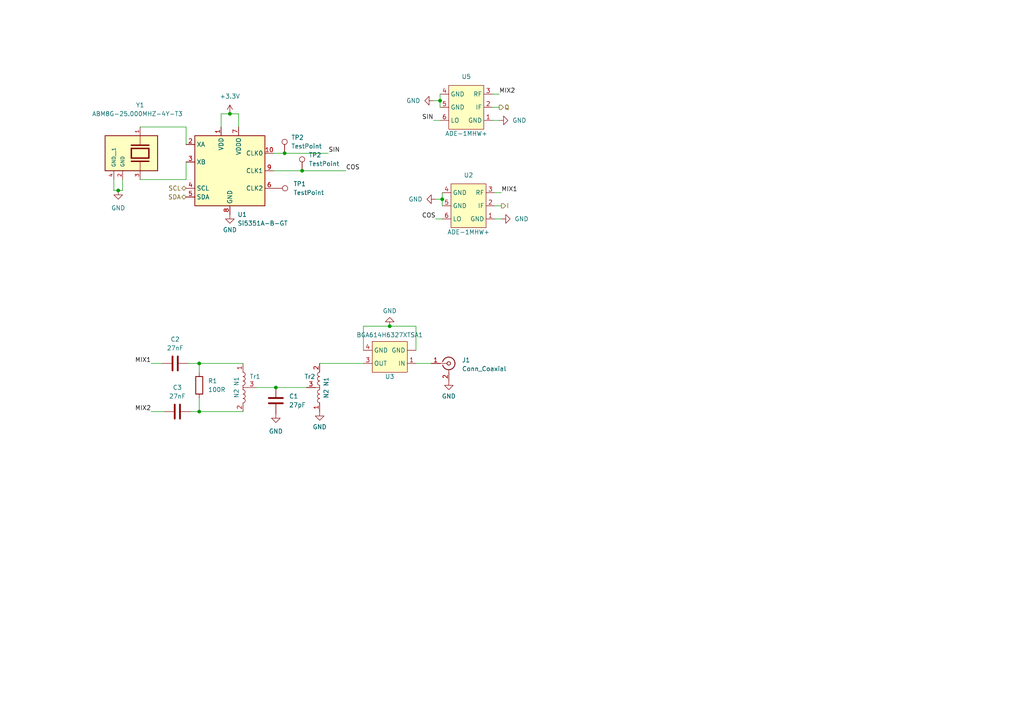
<source format=kicad_sch>
(kicad_sch (version 20230121) (generator eeschema)
  (paper "A4")
  (lib_symbols
    (symbol "ABM8G-25.000MHZ-4Y-T3:ABM8G-25.000MHZ-4Y-T3" (pin_names (offset 1.016))
      (property "Reference" "Y" (at -0.635 6.35 0))
      (property "Value" "ABM8G-25.000MHZ-4Y-T3" (at -12.7 -12.7 0))
      (symbol "ABM8G-25.000MHZ-4Y-T3_0_0"
        (rectangle (start -5.08 -10.16) (end 5.08 5.08) (stroke (width 0.254)) (fill (type background)))
        (polyline (pts (xy -5.08 0) (xy -2.54 0)) (stroke (width 0.1524)))
        (polyline (pts (xy -2.3368 2.54) (xy -2.3368 -2.54)) (stroke (width 0.4064)))
        (polyline (pts (xy -1.397 2.54) (xy -1.397 -2.54)) (stroke (width 0.4064)))
        (polyline (pts (xy -1.397 2.54) (xy 1.397 2.54)) (stroke (width 0.4064)))
        (polyline (pts (xy 1.397 -2.54) (xy -1.397 -2.54)) (stroke (width 0.4064)))
        (polyline (pts (xy 1.397 2.54) (xy 1.397 -2.54)) (stroke (width 0.4064)))
        (polyline (pts (xy 2.3368 2.54) (xy 2.3368 -2.54)) (stroke (width 0.4064)))
        (polyline (pts (xy 2.54 0) (xy 5.08 0)) (stroke (width 0.1524)))
        (pin passive line (at -7.62 0 0) (length 2.54) (name "~") (number "1"))
        (pin power_in line (at 7.62 -5.08 180) (length 2.54) (name "GND") (number "2"))
        (pin passive line (at 7.62 0 180) (length 2.54) (name "~") (number "3"))
        (pin power_in line (at 7.62 -7.62 180) (length 2.54) (name "GND__1") (number "4"))
      )
    )
    (symbol "ADE-1MHW+:ADE-1MHW+"
      (property "Reference" "U" (at 0 10.16 0))
      (property "Value" "ADE-1MHW+" (at 0 7.62 0))
      (symbol "ADE-1MHW+_1_1"
        (rectangle (start -5.08 6.35) (end 5.08 -6.35) (fill (type background)))
        (pin power_in line (at -7.62 3.81 0) (length 2.54) (name "GND") (number "1"))
        (pin input line (at -7.62 0 0) (length 2.54) (name "IF") (number "2"))
        (pin input line (at -7.62 -3.81 0) (length 2.54) (name "RF") (number "3"))
        (pin power_in line (at 7.62 -3.81 180) (length 2.54) (name "GND") (number "4"))
        (pin power_in line (at 7.62 0 180) (length 2.54) (name "GND") (number "5"))
        (pin input line (at 7.62 3.81 180) (length 2.54) (name "LO") (number "6"))
      )
    )
    (symbol "Autotransformer:Autotransformer"
      (property "Reference" "Tr" (at -3.429 0.254 90))
      (property "Value" "N2 N1" (at -1.27 0 90))
      (symbol "Autotransformer_0_1"
        (arc (start 0 -1.905) (mid 0.6129 -1.27) (end 0 -0.635))
        (polyline (pts (xy 0 0.635) (xy 0 -0.635)))
        (polyline (pts (xy 1.27 0) (xy 0 0)))
        (arc (start 0 0.635) (mid 0.6238 1.27) (end 0 1.905))
        (arc (start 0.0113 1.905) (mid 0.6351 2.54) (end 0.0113 3.175))
        (arc (start 0.0113 3.175) (mid 0.6351 3.81) (end 0.0113 4.445))
        (arc (start 0.0225 -4.445) (mid 0.6354 -3.81) (end 0.0225 -3.175))
        (arc (start 0.0225 -3.175) (mid 0.6354 -2.54) (end 0.0225 -1.905))
      )
      (symbol "Autotransformer_1_1"
        (pin passive line (at 0 6.985 270) (length 2.54) (name "~") (number "1"))
        (pin passive line (at 0 -6.985 90) (length 2.54) (name "~") (number "2"))
        (pin passive line (at 3.81 0 180) (length 2.54) (name "~") (number "3"))
      )
    )
    (symbol "BGA614H6327XTSA1:BGA614H6327XTSA1"
      (property "Reference" "U" (at 0 7.62 0))
      (property "Value" "BGA614H6327XTSA1" (at 0 5.08 0))
      (symbol "BGA614H6327XTSA1_1_1"
        (rectangle (start -5.08 3.81) (end 5.08 -5.08) (fill (type background)))
        (pin power_in line (at -7.62 -2.54 0) (length 2.54) (name "GND") (number ""))
        (pin input line (at -7.62 1.27 0) (length 2.54) (name "IN") (number "1"))
        (pin output line (at 7.62 1.27 180) (length 2.54) (name "OUT") (number "3"))
        (pin power_in line (at 7.62 -2.54 180) (length 2.54) (name "GND") (number "4"))
      )
    )
    (symbol "Connector:Conn_Coaxial" (pin_names (offset 1.016) hide)
      (property "Reference" "J" (at 0.254 3.048 0))
      (property "Value" "Conn_Coaxial" (at 2.921 0 90))
      (symbol "Conn_Coaxial_0_1"
        (arc (start -1.778 -0.508) (mid 0.2311 -1.8066) (end 1.778 0) (stroke (width 0.254)))
        (polyline (pts (xy -2.54 0) (xy -0.508 0)))
        (polyline (pts (xy 0 -2.54) (xy 0 -1.778)))
        (circle (center 0 0) (radius 0.508) (stroke (width 0.2032)))
        (arc (start 1.778 0) (mid 0.2099 1.8101) (end -1.778 0.508) (stroke (width 0.254)))
      )
      (symbol "Conn_Coaxial_1_1"
        (pin passive line (at -5.08 0 0) (length 2.54) (name "In") (number "1"))
        (pin passive line (at 0 -5.08 90) (length 2.54) (name "Ext") (number "2"))
      )
    )
    (symbol "Connector:TestPoint" (pin_numbers hide) (pin_names (offset 0.762) hide)
      (property "Reference" "TP" (at 0 6.858 0))
      (property "Value" "TestPoint" (at 0 5.08 0))
      (symbol "TestPoint_0_1"
        (circle (center 0 3.302) (radius 0.762))
      )
      (symbol "TestPoint_1_1"
        (pin passive line (at 0 0 90) (length 2.54) (name "1") (number "1"))
      )
    )
    (symbol "Device:C" (pin_numbers hide) (pin_names (offset 0.254))
      (property "Reference" "C" (at 0.635 2.54 0))
      (property "Value" "C" (at 0.635 -2.54 0))
      (symbol "C_0_1"
        (polyline (pts (xy -2.032 -0.762) (xy 2.032 -0.762)) (stroke (width 0.508)))
        (polyline (pts (xy -2.032 0.762) (xy 2.032 0.762)) (stroke (width 0.508)))
      )
      (symbol "C_1_1"
        (pin passive line (at 0 3.81 270) (length 2.794) (name "~") (number "1"))
        (pin passive line (at 0 -3.81 90) (length 2.794) (name "~") (number "2"))
      )
    )
    (symbol "Device:R" (pin_numbers hide) (pin_names (offset 0))
      (property "Reference" "R" (at 2.032 0 90))
      (property "Value" "R" (at 0 0 90))
      (symbol "R_0_1"
        (rectangle (start -1.016 -2.54) (end 1.016 2.54) (stroke (width 0.254)))
      )
      (symbol "R_1_1"
        (pin passive line (at 0 3.81 270) (length 1.27) (name "~") (number "1"))
        (pin passive line (at 0 -3.81 90) (length 1.27) (name "~") (number "2"))
      )
    )
    (symbol "Oscillator:Si5351A-B-GT"
      (property "Reference" "U" (at -8.89 11.43 0))
      (property "Value" "Si5351A-B-GT" (at -12.7 -12.7 0))
      (symbol "Si5351A-B-GT_0_1"
        (rectangle (start -10.16 10.16) (end 10.16 -10.16) (stroke (width 0.254)) (fill (type background)))
      )
      (symbol "Si5351A-B-GT_1_1"
        (pin power_in line (at -2.54 12.7 270) (length 2.54) (name "VDD") (number "1"))
        (pin output line (at 12.7 5.08 180) (length 2.54) (name "CLK0") (number "10"))
        (pin input line (at -12.7 7.62 0) (length 2.54) (name "XA") (number "2"))
        (pin input line (at -12.7 2.54 0) (length 2.54) (name "XB") (number "3"))
        (pin input line (at -12.7 -5.08 0) (length 2.54) (name "SCL") (number "4"))
        (pin bidirectional line (at -12.7 -7.62 0) (length 2.54) (name "SDA") (number "5"))
        (pin output line (at 12.7 -5.08 180) (length 2.54) (name "CLK2") (number "6"))
        (pin power_in line (at 2.54 12.7 270) (length 2.54) (name "VDDO") (number "7"))
        (pin power_in line (at 0 -12.7 90) (length 2.54) (name "GND") (number "8"))
        (pin output line (at 12.7 0 180) (length 2.54) (name "CLK1") (number "9"))
      )
    )
    (symbol "power:+3.3V" (power) (pin_names (offset 0))
      (property "Value" "+3.3V" (at 0 3.556 0))
      (symbol "+3.3V_0_1"
        (polyline (pts (xy -0.762 1.27) (xy 0 2.54)))
        (polyline (pts (xy 0 0) (xy 0 2.54)))
        (polyline (pts (xy 0 2.54) (xy 0.762 1.27)))
      )
      (symbol "+3.3V_1_1"
        (pin power_in line (at 0 0 90) (length 0) hide (name "+3.3V") (number "1"))
      )
    )
    (symbol "power:GND" (power) (pin_names (offset 0))
      (property "Value" "GND" (at 0 -3.81 0))
      (symbol "GND_0_1"
        (polyline (pts (xy 0 0) (xy 0 -1.27) (xy 1.27 -1.27) (xy 0 -2.54) (xy -1.27 -1.27) (xy 0 -1.27)))
      )
      (symbol "GND_1_1"
        (pin power_in line (at 0 0 270) (length 0) hide (name "GND") (number "1"))
      )
    )
  )
  (junction (at 127.635 29.21))
  (junction (at 82.55 44.45))
  (junction (at 66.675 33.02))
  (junction (at 128.27 57.785))
  (junction (at 57.785 105.41))
  (junction (at 57.785 119.38))
  (junction (at 87.63 49.53))
  (junction (at 80.01 112.395))
  (junction (at 34.29 55.245))
  (junction (at 113.03 94.615))
  (wire (pts (xy 55.245 119.38) (xy 57.785 119.38)))
  (wire (pts (xy 74.295 112.395) (xy 80.01 112.395)))
  (wire (pts (xy 82.55 44.45) (xy 95.25 44.45)))
  (wire (pts (xy 143.51 59.69) (xy 145.415 59.69)))
  (wire (pts (xy 57.785 115.57) (xy 57.785 119.38)))
  (wire (pts (xy 40.64 36.83) (xy 53.975 36.83)))
  (wire (pts (xy 57.785 105.41) (xy 57.785 107.95)))
  (wire (pts (xy 143.51 63.5) (xy 145.415 63.5)))
  (wire (pts (xy 80.01 112.395) (xy 88.9 112.395)))
  (wire (pts (xy 33.02 52.07) (xy 33.02 55.245)))
  (wire (pts (xy 53.975 36.83) (xy 53.975 41.91)))
  (wire (pts (xy 125.73 34.925) (xy 127.635 34.925)))
  (wire (pts (xy 64.135 33.02) (xy 66.675 33.02)))
  (wire (pts (xy 35.56 52.07) (xy 35.56 55.245)))
  (wire (pts (xy 142.875 27.305) (xy 144.78 27.305)))
  (wire (pts (xy 120.65 94.615) (xy 120.65 101.6)))
  (wire (pts (xy 33.02 55.245) (xy 34.29 55.245)))
  (wire (pts (xy 92.71 105.41) (xy 105.41 105.41)))
  (wire (pts (xy 43.815 119.38) (xy 47.625 119.38)))
  (wire (pts (xy 43.815 105.41) (xy 46.99 105.41)))
  (wire (pts (xy 87.63 49.53) (xy 100.33 49.53)))
  (wire (pts (xy 120.65 94.615) (xy 113.03 94.615)))
  (wire (pts (xy 57.785 105.41) (xy 70.485 105.41)))
  (wire (pts (xy 128.27 55.88) (xy 128.27 57.785)))
  (wire (pts (xy 69.215 36.83) (xy 69.215 33.02)))
  (wire (pts (xy 142.875 34.925) (xy 144.78 34.925)))
  (wire (pts (xy 142.875 31.115) (xy 144.78 31.115)))
  (wire (pts (xy 125.73 29.21) (xy 127.635 29.21)))
  (wire (pts (xy 79.375 49.53) (xy 87.63 49.53)))
  (wire (pts (xy 126.365 63.5) (xy 128.27 63.5)))
  (wire (pts (xy 143.51 55.88) (xy 145.415 55.88)))
  (wire (pts (xy 79.375 44.45) (xy 82.55 44.45)))
  (wire (pts (xy 66.675 33.02) (xy 69.215 33.02)))
  (wire (pts (xy 54.61 105.41) (xy 57.785 105.41)))
  (wire (pts (xy 64.135 36.83) (xy 64.135 33.02)))
  (wire (pts (xy 105.41 94.615) (xy 113.03 94.615)))
  (wire (pts (xy 53.975 52.07) (xy 53.975 46.99)))
  (wire (pts (xy 35.56 55.245) (xy 34.29 55.245)))
  (wire (pts (xy 128.27 57.785) (xy 128.27 59.69)))
  (wire (pts (xy 120.65 105.41) (xy 125.095 105.41)))
  (wire (pts (xy 126.365 57.785) (xy 128.27 57.785)))
  (wire (pts (xy 57.785 119.38) (xy 70.485 119.38)))
  (wire (pts (xy 40.64 52.07) (xy 53.975 52.07)))
  (wire (pts (xy 105.41 94.615) (xy 105.41 101.6)))
  (wire (pts (xy 127.635 29.21) (xy 127.635 31.115)))
  (wire (pts (xy 127.635 27.305) (xy 127.635 29.21)))
  (label "MIX1" (at 43.815 105.41 180))
  (label "MIX1" (at 145.415 55.88 0))
  (label "SIN" (at 125.73 34.925 180))
  (label "SIN" (at 95.25 44.45 0))
  (label "MIX2" (at 144.78 27.305 0))
  (label "MIX2" (at 43.815 119.38 180))
  (label "COS" (at 126.365 63.5 180))
  (label "COS" (at 100.33 49.53 0))
  (hierarchical_label "SDA" (shape bidirectional) (at 53.975 57.15 180))
  (hierarchical_label "SCL" (shape bidirectional) (at 53.975 54.61 180))
  (hierarchical_label "Q" (shape output) (at 144.78 31.115 0))
  (hierarchical_label "I" (shape output) (at 145.415 59.69 0))
  (symbol (lib_id "Oscillator:Si5351A-B-GT") (at 66.675 49.53 0) (unit 1)
    (property "Reference" "U1" (at 68.8691 62.23 0) (effects (justify left)))
    (property "Value" "Si5351A-B-GT" (at 68.8691 64.77 0) (effects (justify left)))
    (property "Footprint" "Package_SO:MSOP-10_3x3mm_P0.5mm" (effects hide))
    (property "Datasheet" "https://www.silabs.com/documents/public/data-sheets/Si5351-B.pdf" (effects hide))
  )
  (symbol (lib_id "power:+3.3V") (at 66.675 33.02 0) (unit 1)
    (property "Reference" "#PWR02" (effects hide))
    (property "Value" "+3.3V" (at 66.675 27.94 0))
  )
  (symbol (lib_id "Device:C") (at 51.435 119.38 90) (unit 1)
    (property "Reference" "C3" (at 51.435 112.395 90))
    (property "Value" "27nF" (at 51.435 114.935 90))
    (instances (project "analog_frontend" (path "" (reference "C3") (unit 1)) (path "" (reference "C2") (unit 1))))
  )
  (symbol (lib_id "power:GND") (at 92.71 119.38 0) (unit 1)
    (property "Reference" "#PWR011" (effects hide))
    (property "Value" "GND" (at 92.71 123.825 0))
    (instances (project "analog_frontend" (path "" (reference "#PWR011") (unit 1)) (path "" (reference "#PWR09") (unit 1))))
  )
  (symbol (lib_id "Device:C") (at 80.01 116.205 0) (unit 1)
    (property "Reference" "C1" (at 83.82 114.935 0) (effects (justify left)))
    (property "Value" "27pF" (at 83.82 117.475 0) (effects (justify left)))
    (instances (project "analog_frontend" (path "" (reference "C1") (unit 1)) (path "" (reference "C3") (unit 1))))
  )
  (symbol (lib_id "BGA614H6327XTSA1:BGA614H6327XTSA1") (at 113.03 104.14 180) (unit 1)
    (property "Reference" "U3" (at 113.03 109.22 0))
    (property "Value" "BGA614H6327XTSA1" (at 113.03 97.155 0))
    (instances (project "analog_frontend" (path "" (reference "U3") (unit 1)) (path "" (reference "U5") (unit 1))))
  )
  (symbol (lib_id "ADE-1MHW+:ADE-1MHW+") (at 135.255 31.115 180) (unit 1)
    (property "Reference" "U5" (at 135.255 22.225 0))
    (property "Value" "ADE-1MHW+" (at 135.255 38.735 0))
    (instances (project "analog_frontend" (path "" (reference "U5") (unit 1)) (path "" (reference "U2") (unit 1))))
  )
  (symbol (lib_id "ABM8G-25.000MHZ-4Y-T3:ABM8G-25.000MHZ-4Y-T3") (at 40.64 44.45 270) (unit 1)
    (property "Reference" "Y1" (at 39.37 30.48 90) (effects (justify left)))
    (property "Value" "ABM8G-25.000MHZ-4Y-T3" (at 26.67 33.02 90) (effects (justify left)))
    (property "Footprint" "XTAL_ABM8G-25.000MHZ-4Y-T3" (effects hide))
    (property "PARTREV" "08.13.15" (effects hide))
    (property "STANDARD" "Manufacturer Recommendations" (effects hide))
    (property "MAXIMUM_PACKAGE_HEIGHT" "1.0 mm" (effects hide))
    (property "MANUFACTURER" "Abracon" (effects hide))
  )
  (symbol (lib_id "Device:C") (at 50.8 105.41 90) (unit 1)
    (property "Reference" "C2" (at 50.8 98.425 90))
    (property "Value" "27nF" (at 50.8 100.965 90))
    (instances (project "analog_frontend" (path "" (reference "C2") (unit 1)) (path "" (reference "C1") (unit 1))))
  )
  (symbol (lib_id "power:GND") (at 126.365 57.785 270) (unit 1)
    (property "Reference" "#PWR04" (effects hide))
    (property "Value" "GND" (at 122.555 57.785 90) (effects (justify right)))
    (instances (project "analog_frontend" (path "" (reference "#PWR04") (unit 1)) (path "" (reference "#PWR05") (unit 1))))
  )
  (symbol (lib_id "Connector:TestPoint") (at 79.375 54.61 270) (unit 1)
    (property "Reference" "TP1" (at 85.09 53.34 90) (effects (justify left)))
    (property "Value" "TestPoint" (at 85.09 55.88 90) (effects (justify left)))
  )
  (symbol (lib_id "power:GND") (at 125.73 29.21 270) (unit 1)
    (property "Reference" "#PWR07" (effects hide))
    (property "Value" "GND" (at 121.92 29.21 90) (effects (justify right)))
    (instances (project "analog_frontend" (path "" (reference "#PWR07") (unit 1)) (path "" (reference "#PWR04") (unit 1))))
  )
  (symbol (lib_id "power:GND") (at 145.415 63.5 90) (unit 1)
    (property "Reference" "#PWR05" (effects hide))
    (property "Value" "GND" (at 149.225 63.5 90) (effects (justify right)))
    (instances (project "analog_frontend" (path "" (reference "#PWR05") (unit 1)) (path "" (reference "#PWR07") (unit 1))))
  )
  (symbol (lib_id "power:GND") (at 66.675 62.23 0) (unit 1)
    (property "Reference" "#PWR02" (effects hide))
    (property "Value" "GND" (at 66.675 66.675 0))
    (instances (project "analog_frontend" (path "" (reference "#PWR02") (unit 1)) (path "" (reference "#PWR03") (unit 1))))
  )
  (symbol (lib_id "Connector:TestPoint") (at 82.55 44.45 0) (unit 1)
    (property "Reference" "TP2" (at 84.455 39.878 0) (effects (justify left)))
    (property "Value" "TestPoint" (at 84.455 42.418 0) (effects (justify left)))
  )
  (symbol (lib_id "power:GND") (at 113.03 94.615 180) (unit 1)
    (property "Reference" "#PWR06" (effects hide))
    (property "Value" "GND" (at 113.03 90.17 0))
    (instances (project "analog_frontend" (path "" (reference "#PWR06") (unit 1)) (path "" (reference "#PWR010") (unit 1))))
  )
  (symbol (lib_id "Autotransformer:Autotransformer") (at 92.71 112.395 180) (unit 1)
    (property "Reference" "Tr2" (at 88.265 109.22 0) (effects (justify right)))
    (property "Value" "N2 N1" (at 94.615 115.57 90) (effects (justify right)))
  )
  (symbol (lib_id "Device:R") (at 57.785 111.76 0) (unit 1)
    (property "Reference" "R1" (at 60.325 110.49 0) (effects (justify left)))
    (property "Value" "100R" (at 60.325 113.03 0) (effects (justify left)))
  )
  (symbol (lib_id "Autotransformer:Autotransformer") (at 70.485 112.395 0) (unit 1)
    (property "Reference" "Tr1" (at 75.565 109.22 0) (effects (justify right)))
    (property "Value" "N2 N1" (at 68.58 109.22 90) (effects (justify right)))
  )
  (symbol (lib_id "power:GND") (at 144.78 34.925 90) (unit 1)
    (property "Reference" "#PWR08" (effects hide))
    (property "Value" "GND" (at 148.59 34.925 90) (effects (justify right)))
    (instances (project "analog_frontend" (path "" (reference "#PWR08") (unit 1)) (path "" (reference "#PWR06") (unit 1))))
  )
  (symbol (lib_id "power:GND") (at 80.01 120.015 0) (unit 1)
    (property "Reference" "#PWR010" (effects hide))
    (property "Value" "GND" (at 80.01 125.095 0))
    (instances (project "analog_frontend" (path "" (reference "#PWR010") (unit 1)) (path "" (reference "#PWR08") (unit 1))))
  )
  (symbol (lib_id "power:GND") (at 34.29 55.245 0) (unit 1)
    (property "Reference" "#PWR01" (effects hide))
    (property "Value" "GND" (at 34.29 60.325 0))
  )
  (symbol (lib_id "ADE-1MHW+:ADE-1MHW+") (at 135.89 59.69 180) (unit 1)
    (property "Reference" "U2" (at 135.89 50.8 0))
    (property "Value" "ADE-1MHW+" (at 135.89 67.31 0))
    (instances (project "analog_frontend" (path "" (reference "U2") (unit 1)) (path "" (reference "U3") (unit 1))))
  )
  (symbol (lib_id "power:GND") (at 130.175 110.49 0) (unit 1)
    (property "Reference" "#PWR09" (effects hide))
    (property "Value" "GND" (at 130.175 114.935 0))
    (instances (project "analog_frontend" (path "" (reference "#PWR09") (unit 1)) (path "" (reference "#PWR011") (unit 1))))
  )
  (symbol (lib_id "Connector:TestPoint") (at 87.63 49.53 0) (unit 1)
    (property "Reference" "TP2" (at 89.535 44.958 0) (effects (justify left)))
    (property "Value" "TestPoint" (at 89.535 47.498 0) (effects (justify left)))
    (instances (project "analog_frontend" (path "" (reference "TP2") (unit 1)) (path "" (reference "TP3") (unit 1))))
  )
  (symbol (lib_id "Connector:Conn_Coaxial") (at 130.175 105.41 0) (unit 1)
    (property "Reference" "J1" (at 133.985 104.4332 0) (effects (justify left)))
    (property "Value" "Conn_Coaxial" (at 133.985 106.9732 0) (effects (justify left)))
    (property "Datasheet" " ~" (effects hide))
  )
)
</source>
